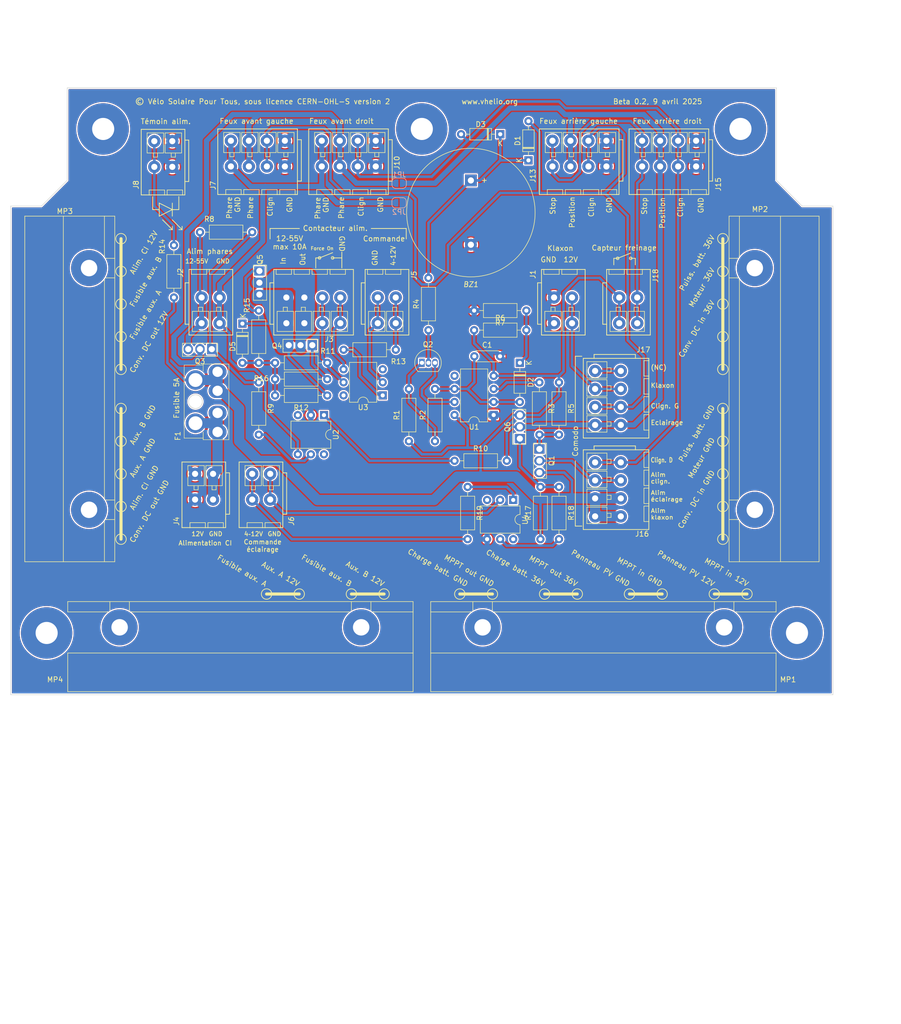
<source format=kicad_pcb>
(kicad_pcb (version 20211014) (generator pcbnew)

  (general
    (thickness 1.6)
  )

  (paper "A4")
  (layers
    (0 "F.Cu" signal)
    (31 "B.Cu" signal)
    (32 "B.Adhes" user "B.Adhesive")
    (33 "F.Adhes" user "F.Adhesive")
    (34 "B.Paste" user)
    (35 "F.Paste" user)
    (36 "B.SilkS" user "B.Silkscreen")
    (37 "F.SilkS" user "F.Silkscreen")
    (38 "B.Mask" user)
    (39 "F.Mask" user)
    (40 "Dwgs.User" user "User.Drawings")
    (41 "Cmts.User" user "User.Comments")
    (42 "Eco1.User" user "User.Eco1")
    (43 "Eco2.User" user "User.Eco2")
    (44 "Edge.Cuts" user)
    (45 "Margin" user)
    (46 "B.CrtYd" user "B.Courtyard")
    (47 "F.CrtYd" user "F.Courtyard")
    (48 "B.Fab" user)
    (49 "F.Fab" user)
    (50 "User.1" user)
    (51 "User.2" user)
    (52 "User.3" user)
    (53 "User.4" user)
    (54 "User.5" user)
    (55 "User.6" user)
    (56 "User.7" user)
    (57 "User.8" user)
    (58 "User.9" user)
  )

  (setup
    (stackup
      (layer "F.SilkS" (type "Top Silk Screen"))
      (layer "F.Paste" (type "Top Solder Paste"))
      (layer "F.Mask" (type "Top Solder Mask") (thickness 0.01))
      (layer "F.Cu" (type "copper") (thickness 0.035))
      (layer "dielectric 1" (type "core") (thickness 1.51) (material "FR4") (epsilon_r 4.5) (loss_tangent 0.02))
      (layer "B.Cu" (type "copper") (thickness 0.035))
      (layer "B.Mask" (type "Bottom Solder Mask") (thickness 0.01))
      (layer "B.Paste" (type "Bottom Solder Paste"))
      (layer "B.SilkS" (type "Bottom Silk Screen"))
      (copper_finish "None")
      (dielectric_constraints no)
    )
    (pad_to_mask_clearance 0)
    (pcbplotparams
      (layerselection 0x00010e0_ffffffff)
      (disableapertmacros false)
      (usegerberextensions false)
      (usegerberattributes true)
      (usegerberadvancedattributes true)
      (creategerberjobfile true)
      (svguseinch false)
      (svgprecision 6)
      (excludeedgelayer true)
      (plotframeref false)
      (viasonmask false)
      (mode 1)
      (useauxorigin false)
      (hpglpennumber 1)
      (hpglpenspeed 20)
      (hpglpendiameter 15.000000)
      (dxfpolygonmode true)
      (dxfimperialunits true)
      (dxfusepcbnewfont true)
      (psnegative false)
      (psa4output false)
      (plotreference true)
      (plotvalue true)
      (plotinvisibletext false)
      (sketchpadsonfab false)
      (subtractmaskfromsilk false)
      (outputformat 1)
      (mirror false)
      (drillshape 0)
      (scaleselection 1)
      (outputdirectory "")
    )
  )

  (net 0 "")
  (net 1 "GND")
  (net 2 "Net-(F1-Pad2)")
  (net 3 "Net-(D1-Pad2)")
  (net 4 "Net-(D3-Pad2)")
  (net 5 "/Phares")
  (net 6 "Net-(J13-Pad4)")
  (net 7 "Net-(J1-Pad2)")
  (net 8 "/Flasher/Out")
  (net 9 "unconnected-(J17-Pad1)")
  (net 10 "/12V_5A")
  (net 11 "/Flasher/Enable")
  (net 12 "/Contacteur Phares/Input")
  (net 13 "/Contacteur Phares/GND")
  (net 14 "/Contacteur Phares/Output")
  (net 15 "Net-(R14-Pad1)")
  (net 16 "/Conv12V_In.Vbatt")
  (net 17 "/Contacteur alim./Input")
  (net 18 "/Contacteur alim./SW_On")
  (net 19 "/Contacteur alim./GND")
  (net 20 "/Contacteur alim./Cmd_GND")
  (net 21 "/Contacteur alim./Cmd_On")
  (net 22 "/Contacteur Eclairage/Cmd_On")
  (net 23 "/Contacteur Eclairage/Cmd_GND")
  (net 24 "Net-(Q4-Pad1)")
  (net 25 "Net-(Q5-Pad1)")
  (net 26 "Net-(C1-Pad1)")
  (net 27 "Net-(D2-Pad1)")
  (net 28 "Net-(D5-Pad2)")
  (net 29 "Net-(Q1-Pad1)")
  (net 30 "Net-(Q2-Pad1)")
  (net 31 "Net-(Q2-Pad2)")
  (net 32 "Net-(Q2-Pad3)")
  (net 33 "Net-(Q3-Pad1)")
  (net 34 "Net-(Q6-Pad1)")
  (net 35 "Net-(R3-Pad1)")
  (net 36 "Net-(R9-Pad2)")
  (net 37 "Net-(R10-Pad1)")
  (net 38 "Net-(R13-Pad1)")
  (net 39 "Net-(R18-Pad2)")
  (net 40 "Net-(R19-Pad1)")
  (net 41 "unconnected-(U1-Pad5)")
  (net 42 "unconnected-(U2-Pad3)")
  (net 43 "unconnected-(U2-Pad6)")
  (net 44 "unconnected-(U3-Pad3)")
  (net 45 "unconnected-(U3-Pad6)")
  (net 46 "unconnected-(U4-Pad3)")
  (net 47 "unconnected-(U4-Pad6)")

  (footprint "circuit:Wago_221-500_SplicingConnectorHolder" (layer "F.Cu") (at 95.25 82.55 90))

  (footprint "circuit:MountingHole_5mm" (layer "F.Cu") (at 87 130))

  (footprint "Resistor_THT:R_Axial_DIN0207_L6.3mm_D2.5mm_P10.16mm_Horizontal" (layer "F.Cu") (at 144.78 74.93))

  (footprint "circuit:Buzzer_25x16_12.5" (layer "F.Cu") (at 169.545 42.01 -90))

  (footprint "Resistor_THT:R_Axial_DIN0207_L6.3mm_D2.5mm_P10.16mm_Horizontal" (layer "F.Cu") (at 186.69 101.6 -90))

  (footprint "Resistor_THT:R_Axial_DIN0207_L6.3mm_D2.5mm_P10.16mm_Horizontal" (layer "F.Cu") (at 170.18 71.12))

  (footprint "circuit:TO-251-3_Vertical" (layer "F.Cu") (at 138.69 74.041 180))

  (footprint "circuit:Generic_FuseHolder_MINI" (layer "F.Cu") (at 120.26 79.215 -90))

  (footprint "Resistor_THT:R_Axial_DIN0207_L6.3mm_D2.5mm_P10.16mm_Horizontal" (layer "F.Cu") (at 157.48 92.71 90))

  (footprint "Package_DIP:DIP-8_W7.62mm" (layer "F.Cu") (at 173.98 87.62 180))

  (footprint "circuit:TerminalBlock_Wago_2601-3102_1x02_P3.50mm_Vertical" (layer "F.Cu") (at 119.38 104.06 180))

  (footprint "Resistor_THT:R_Axial_DIN0207_L6.3mm_D2.5mm_P10.16mm_Horizontal" (layer "F.Cu") (at 162.56 92.71 90))

  (footprint "Resistor_THT:R_Axial_DIN0207_L6.3mm_D2.5mm_P10.16mm_Horizontal" (layer "F.Cu") (at 166.37 96.52))

  (footprint "circuit:MountingHole_5mm" (layer "F.Cu") (at 98 32))

  (footprint "circuit:TerminalBlock_Wago_2601-3104_1x04_P3.50mm_Vertical" (layer "F.Cu") (at 195.920004 39.29 180))

  (footprint "circuit:TO-251-3_Vertical" (layer "F.Cu") (at 182.88 94.23 -90))

  (footprint "Resistor_THT:R_Axial_DIN0207_L6.3mm_D2.5mm_P10.16mm_Horizontal" (layer "F.Cu") (at 128.27 81.28 -90))

  (footprint "Diode_THT:D_DO-35_SOD27_P7.62mm_Horizontal" (layer "F.Cu") (at 125.095 69.85 -90))

  (footprint "circuit:TerminalBlock_Wago_2601-3104_1x04_P3.50mm_Vertical" (layer "F.Cu") (at 213.370004 39.29 180))

  (footprint "circuit:TO-92L_Inline" (layer "F.Cu") (at 160.02 77.47))

  (footprint "circuit:MountingHole_5mm" (layer "F.Cu") (at 222 32))

  (footprint "Resistor_THT:R_Axial_DIN0207_L6.3mm_D2.5mm_P10.16mm_Horizontal" (layer "F.Cu") (at 131.445 80.645))

  (footprint "circuit:TerminalBlock_Wago_2601-3104_1x04_P3.50mm_Vertical" (layer "F.Cu") (at 133.35 39.29 180))

  (footprint "Diode_THT:D_DO-35_SOD27_P7.62mm_Horizontal" (layer "F.Cu") (at 175.26 33.02 180))

  (footprint "Resistor_THT:R_Axial_DIN0207_L6.3mm_D2.5mm_P10.16mm_Horizontal" (layer "F.Cu") (at 111.76 54.61 -90))

  (footprint "Diode_THT:D_DO-35_SOD27_P7.62mm_Horizontal" (layer "F.Cu") (at 179.07 77.47 -90))

  (footprint "Resistor_THT:R_Axial_DIN0207_L6.3mm_D2.5mm_P10.16mm_Horizontal" (layer "F.Cu") (at 182.88 81.28 -90))

  (footprint "Capacitor_THT:C_Disc_D4.3mm_W1.9mm_P5.00mm" (layer "F.Cu") (at 170.22 76.2))

  (footprint "Resistor_THT:R_Axial_DIN0207_L6.3mm_D2.5mm_P10.16mm_Horizontal" (layer "F.Cu") (at 161.29 71.12 90))

  (footprint "circuit:TerminalBlock_Wago_2601-3102_1x02_P3.50mm_Vertical" (layer "F.Cu") (at 151.424996 64.77))

  (footprint "Diode_THT:D_DO-35_SOD27_P7.62mm_Horizontal" (layer "F.Cu") (at 180.75 38.1 90))

  (footprint "circuit:TerminalBlock_Wago_2601-3104_1x04_P3.50mm_Vertical" (layer "F.Cu") (at 198.7161 96.829996 -90))

  (footprint "circuit:TO-251-3_Vertical" (layer "F.Cu") (at 119.13 74.81 180))

  (footprint "circuit:TerminalBlock_Wago_2601-3104_1x04_P3.50mm_Vertical" (layer "F.Cu") (at 133.644996 64.77))

  (footprint "circuit:Wago_221-500_SplicingConnectorHolder" (layer "F.Cu") (at 224.79 82.55 -90))

  (footprint "Package_DIP:DIP-6_W7.62mm" (layer "F.Cu") (at 152.39 83.805 180))

  (footprint "circuit:MountingHole_5mm" (layer "F.Cu") (at 160 32))

  (footprint "circuit:TerminalBlock_Wago_2601-3102_1x02_P3.50mm_Vertical" (layer "F.Cu")
    (tedit 67E5B582) (tstamp ad280681-52bf-4c8b-ac2c-9709ca177a8f)
    (at 111.450003 39.37 180)
    (tags "Wago 2601-3102")
    (property "Sheetfile" "circuit.kicad_sch")
    (property "Sheetname" "")
    (path "/6e9cd9b5-2cb7-48b8-855f-32619e72c0d6")
    (attr through_hole)
    (fp_text reference "J8" (at 7.056003 -4.445 90 unlocked) (layer "F.SilkS")
      (effects (font (size 1 1) (thickness 0.15)) (justify left))
      (tstamp 01e6719e-9dcc-49b4-83bd-29865c70ede1)
    )
    (fp_text value "Conn_Indicateur_Alim" (at 6.35 12.7 180 unlocked) (layer "F.Fab")
      (effects (font (size 1 1) (thickness 0.15)))
      (tstamp 226ba779-52a5-430e-8724-687eedb9994a)
    )
    (fp_text user "${REFERENCE}" (at -2.54 8.89 180 unlocked) (layer "F.Fab")
      (effects (font (size 1 1) (thickness 0.15)) (justify left))
      (tstamp 66b292fe-b076-4a06-a7c0-1ada692a3a1c)
    )
    (fp_line (start 0.200004 2.7) (end 0.200004 1.9) (layer "F.SilkS") (width 0.12) (tstamp 055344df-a143-4136-b771-d336538fb7af))
    (fp_line (start 6.050002 -5.449999) (end 6.050002 7.300001) (layer "F.SilkS") (width 0.1524) (tstamp 0bf7f6d2-f9ad-418f-a859-2bdac7c5ae6a))
    (fp_line (start 1.000004 -4.5) (end -1.999996 -4.5) (layer "F.SilkS") (width 0.12) (tstamp 172a5f2e-4b05-4695-a29c-fa4177c4b3cb))
    (fp_line (start -1.799996 2.7) (end 1.400004 2.7) (layer "F.SilkS") (width 0.12) (tstamp 2bda51c6-7fa4-46ce-ae16-9432d8e95181))
    (fp_line (start -2.449999 -5.449999) (end 6.050002 -5.449999) (layer "F.SilkS") (width 0.1524) (tstamp 2fe5d3e2-bddb-4587-bded-427cfce568b9))
    (fp_line (start -2.449998 -2.849999) (end -3.199999 -2.849999) (layer "F.SilkS") (width 0.1524) (tstamp 37130413-1809-47b9-8303-cea1ae047af6))
    (fp_line (start 1.400004 6.6) (end -1.799996 6.6) (layer "F.SilkS") (width 0.12) (tstamp 3e95dbad-cf0c-49ac-9feb-4e066d548718))
    (fp_line (start 1.500004 -4.5) (end 1.500004 -5.5) (layer "F.SilkS") (width 0.12) (tstamp 447f988c-93f8-4098-90d3-450e5b33e37e))
    (fp_line (start -2.449998 5.2) (end -3.199999 5.2) (layer "F.SilkS") (width 0.1524) (tstamp 480dd182-3993-417f-8df5-e200a1f80d68))
    (fp_line (start 1.700004 2.7) (end 4.900004 2.7) (layer "F.SilkS") (width 0.12) (tstamp 51a339e0-742b-4f55-ac2a-68cbce2af206))
    (fp_line (start 4.500004 -4.5) (end 1.500004 -4.5) (layer "F.SilkS") (width 0.12) (tstamp 5cc9ce62-9d95-47ab-92a1-556a194f8c63))
    (fp_line (start 4.900004 6.6) (end 1.700004 6.6) (layer "F.SilkS") (width 0.12) (tstamp 6b8e3659-a647-4450-8987-9cf793c52fd5))
    (fp_line (start -2.449999 7.300001) (end -2.449999 -5.449999) (layer "F.SilkS") (width 0.1524) (tstamp 6f53efb7-db48-45d9-80c1-507b9960ad08))
    (fp_line (start 3.700004 1.9) (end 2.900004 1.9) (layer "F.SilkS") (width 0.12) (tstamp 84bb1473-531d-4720-ba3b-1fc557b46054))
    (fp_line (start 4.900004 2.7) (end 4.900004 6.6) (layer "F.SilkS") (width 0.12) (tstamp 874081a4-b3f7-4615-9506-53da689e2116))
    (fp_line (start -1.999996 -4.5) (end -1.999996 -5.5) (layer "F.SilkS") (width 0.12) (tstamp 890b243b-b04d-4f29-ab51-41f7ecadcda7))
    (fp_line (start 1.400004 2.7) (end 1.400004 6.6) (layer "F.SilkS") (width 0.12) (tstamp 9a0efaaf-2136-4026-b3c2-edfb6e83a75f))
    (fp_line (start 1.000004 -5.5) (end 1.000004 -4.5) (layer "F.SilkS") (width 0.12) (tstamp aa41a8c3-0e56-44b4-a82b-0213f5a70b0a))
    (fp_line (start 3.700004 2.7) (end 3.700004 1.9) (layer "F.SilkS") (width 0.12) (tstamp c0508555-6424-4fad-9226-ea42a1633de9))
    (fp_line (start 2.900004 1.9) (end 2.900004 2.7) (layer "F.SilkS") (width 0.12) (tstamp c37f20c4-30c5-4386-b6e8-dfff5caa39b4))
    (fp_line (start 4.500004 -5.5) (end 4.500004 -4.5) (layer "F.SilkS") (width 0.12) (tstamp c3a8f970-2a4a-4a9c-b215-e4de5eebaf7d))
    (fp_line (start -1.799996 6.6) (end -1.799996 2.7) (layer "F.SilkS") (width 0.12) (tstamp cf2c6647-6755-4742-aaa1-c5903da09b5e))
    (fp_line (start -2.449999 7.300001) (end 6.050002 7.300001) (layer "F.SilkS") (width 0.1524) (tstamp d52c2de8-ba2b-4089-b214-05a4b7a1c4e9))
    (fp_line (start -3.199999 5.2) (end -3.199999 -2.849999) (layer "F.SilkS") (width 0.1524) (tstamp e7635299-8a9a-43d3-8b3b-95319ccda23b))
    (fp_line (start 0.200004 1.9) (end -0.599996 1.9) (layer "F.SilkS") (width 0.12) (tstamp eaa75a45-f2f9-4305-98ea-dd8a5d8f3404))
    (fp_line (start -0.599996 1.9) (end -0.599996 2.7) (layer "F.SilkS") (width 0.12) (tstamp f1ea6538-b56f-40f6-b846-910db16dc20a))
    (fp_line (start 1.700004 6.6) (end 1.700004 2.7) (layer "F.SilkS") (width 0.12) (tstamp fbb1d5ec-8996-4f56-8e52-da703f4d2e64))
    (fp_line (start -3.453998 7.554001) (end 6.304002 7.554001) (layer "F.CrtYd") (width 0.1524) (tstamp 036dd9cc-d33e-4cbc-95b3-3504fede4aec))
    (fp_line (start 6.304002 7.554001) (end 6.304002 -5.703999) (layer "F.CrtYd") (width 0.1524) (tstamp 2be1ad9c-f5ad-4393-8d1b-255265215f24))
    (fp_line (start 6.304002 -5.703999) (end -3.453998 -5.703999) (layer "F.CrtYd") (width 0.1524) (tstamp 46255798-4fe0-48db-95bb-e8657595928f))
    (fp_line (start -3.453998 -5.703999) (end -3.453998 7.554001) (layer "F.CrtYd") (width 0.1524) (tstamp fad1fd43-7d33-4667-863c-8ca08b2707f7))
    (fp_line (start 1.000004 -13.5) (end -1.999996 -13.5) (layer "F.Fab") (width 0.1) (tstamp 084b8c5d-9271-4ac8-85c9-4061ca2c5241))
    (fp_line (start -1.999996 -13.5) (end -1.999996 -5.5) (layer "F.Fab") (width 0.1) (tstamp 1e9e3dc3-60cb-4dbd-9950-5015d3a5554c))
    (fp_line (start -2.449999 -5.449999) (end 6.05 -5.45) (layer "F.Fab") (width 0.0254) (tstamp 20e0f39f-a516-4513-b954-687df20c7938))
    (fp_line (start 1.500004 -5.5) (end 4.500004 -5.5) (layer "F.Fab") (width 0.1) (tstamp 281e3047-1dee-4c1f-abcc-3ec78c07b9d2))
    (fp_line (start -2.449998 -2.849999) (end -3.199999 -2.849999) (layer "F.Fab") (width 0.0254) (tstamp 2838e18b-615f-4dc1-a560-afebf8a14ac0))
    (fp_line (start 1.500004 -13.5) (end 1.500004 -5.5) (layer "F.Fab") (width 0.1) (tstamp 375a73bc-0e9f-4b07-be05-baa0ea4834df))
    (fp_line (start -2.449999 7.300001) (end 6.05 7.3) (layer "F.Fab") (width 0.0254) (tstamp 47e7736f-c1e0-4e8f-9d69-5a42b72ff067))
    (fp_line (start 4.500004 -13.5) (end 1.500004 -13.5) (layer "F.Fab") (width 0.1) (tstamp 862dc70f-7dc2-4117-aa37-5ef6063c3df4))
    (fp_line (start -1.999996 -5.5) (end 1.000004 -5.5) (layer "F.Fab") (width 0.1) (tstamp a264b89d-0a12-4e75-9c30-5e3d238c19e2))
    (fp_line (start 4.500004 -5.5) (end 4.500004 -13.5) (layer "F.Fab") (width 0.1) (tstamp a57a00d3-d2f9-406e-8339-5cc2aa251b6a))
    (fp_line (start -3.199999 5.2) (end -3.199999 -2.849999) (layer "F.Fab") (width 0.0254) (tstamp c25e5526-d36c-4326-a80b-e065b988306c))
    (fp_line (start 6.05 -5.45) (end 6.05 7.3) (layer "F.Fab") (width 0.0254) (tstamp d70b3483-f6ee-4d0e-af72-efbabafa5502))
    (fp_line (start 1.000004 -5.5) (end 1.000004 -13.5) (layer "F.Fab") (width 0.1) (tstamp db13f834-9398-4491-8f81-d656a6ff9ec3))
    (fp_line (start -2.449998 5.2) (end -3.199999 5.2) (layer "F.Fab") (width 0.0254) (tstamp dca10a6c-b513-45f6-bfa6-c3d42471561a))
    (fp_line (start -2.449999 7.300001) (end -2.449999 -5.449999) (layer "F.Fab") (width 0.0254) (tstamp eb190e03-2594-4691-9d6e-1bfdf1facede))
    (pad "1" thru_hole circle (at 0 5 180) (size 2.4 2.4) (drill 1.2) (layers *.Cu *.Mask)
      (net 1 "GND") (pinfunction "-") (pintype "power_in") (tstamp 10bcd881-4b05-4ea6-bdb8-d4bc42a44033))
    (pad "1" thru_hole circle (at 0 0 180) (size 2.4 2.4) (drill 1.2) (layers *.Cu *.Mask)
      (net 1 "GND") (pinfunction "-") (pintype "power_in") (tstamp 52477310-b288-4772-903b-6aa290fc40f8))
    (pad "2" thru_hole circle (at 3.500003 0 180) (size 2.4 2.4) (drill 1.2) (layers *.Cu *.Mask)
      (net 15 "Net-(R14-Pad1)") (pinfunction "+") (pintype "passive") (tstamp 51b7dceb-af3a-4949-9f3e-1faf1dfec020))
    (pad "2" thru_hole circle (at 3.500003 5 180) (size 2.4 2.4) (drill 1.2) (layers *.Cu *.Mask)
      (net 15 "Net-(R14-Pad1)") (pinfunction "+") (pintype "passive") (tstamp 66700e06-ed6c-471d-ab91-367b8c86d03d))
    (model "${KIPRJMOD}/../3rdparty/datasheets/Wago_2601-3102_Borni
... [1661797 chars truncated]
</source>
